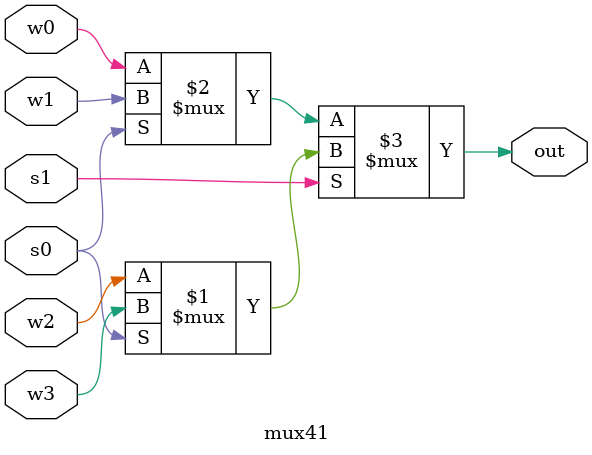
<source format=v>
/*data flow modeling of 4 to 1 mux*/


module mux41 (
	input w0, w1, w2, w3, s0, s1,
	output out
);

	assign out = s1 ? (s0 ? w3 : w2)  : (s0 ? w1: w0);
endmodule

</source>
